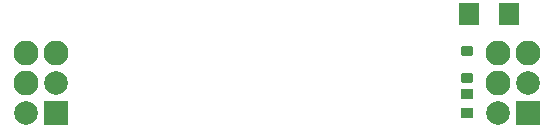
<source format=gbs>
G04*
G04 #@! TF.GenerationSoftware,Altium Limited,Altium Designer,19.1.6 (110)*
G04*
G04 Layer_Color=16711935*
%FSLAX43Y43*%
%MOMM*%
G71*
G01*
G75*
%ADD19R,1.800X1.900*%
%ADD21R,1.000X0.950*%
%ADD32C,2.103*%
%ADD33R,2.000X2.000*%
%ADD34C,2.000*%
G04:AMPARAMS|DCode=60|XSize=0.9mm|YSize=1mm|CornerRadius=0.15mm|HoleSize=0mm|Usage=FLASHONLY|Rotation=90.000|XOffset=0mm|YOffset=0mm|HoleType=Round|Shape=RoundedRectangle|*
%AMROUNDEDRECTD60*
21,1,0.900,0.700,0,0,90.0*
21,1,0.600,1.000,0,0,90.0*
1,1,0.300,0.350,0.300*
1,1,0.300,0.350,-0.300*
1,1,0.300,-0.350,-0.300*
1,1,0.300,-0.350,0.300*
%
%ADD60ROUNDEDRECTD60*%
D19*
X42775Y14700D02*
D03*
X39375D02*
D03*
D21*
X39225Y7925D02*
D03*
Y6375D02*
D03*
D32*
X41800Y11405D02*
D03*
Y8865D02*
D03*
X44340Y11405D02*
D03*
X1830Y11405D02*
D03*
Y8865D02*
D03*
X4370Y11405D02*
D03*
D33*
X44340Y6325D02*
D03*
X4370Y6325D02*
D03*
D34*
X41800Y6325D02*
D03*
X44340Y8865D02*
D03*
X1830Y6325D02*
D03*
X4370Y8865D02*
D03*
D60*
X39200Y9280D02*
D03*
Y11580D02*
D03*
M02*

</source>
